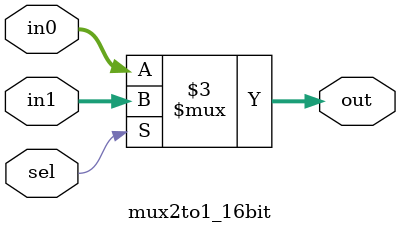
<source format=v>
module mux2to1_16bit (
    input [15:0] in0,  // First input
    input [15:0] in1,  // Second input
    input sel,         // Select signal
    output reg [15:0] out  // Output
);

    // Use an always block to handle the selection logic
    always @(*) begin
        if (sel) 
            out = in1;  // If sel is 1, output in1
        else 
            out = in0;  // If sel is 0, output in0
    end

endmodule

</source>
